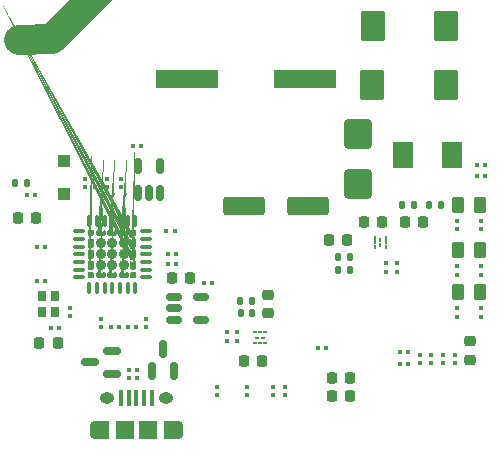
<source format=gtp>
G04 #@! TF.GenerationSoftware,KiCad,Pcbnew,(7.0.0)*
G04 #@! TF.CreationDate,2023-09-29T14:02:52-04:00*
G04 #@! TF.ProjectId,_HW_HotPlate,5f48575f-486f-4745-906c-6174652e6b69,rev?*
G04 #@! TF.SameCoordinates,Original*
G04 #@! TF.FileFunction,Paste,Top*
G04 #@! TF.FilePolarity,Positive*
%FSLAX46Y46*%
G04 Gerber Fmt 4.6, Leading zero omitted, Abs format (unit mm)*
G04 Created by KiCad (PCBNEW (7.0.0)) date 2023-09-29 14:02:52*
%MOMM*%
%LPD*%
G01*
G04 APERTURE LIST*
G04 Aperture macros list*
%AMRoundRect*
0 Rectangle with rounded corners*
0 $1 Rounding radius*
0 $2 $3 $4 $5 $6 $7 $8 $9 X,Y pos of 4 corners*
0 Add a 4 corners polygon primitive as box body*
4,1,4,$2,$3,$4,$5,$6,$7,$8,$9,$2,$3,0*
0 Add four circle primitives for the rounded corners*
1,1,$1+$1,$2,$3*
1,1,$1+$1,$4,$5*
1,1,$1+$1,$6,$7*
1,1,$1+$1,$8,$9*
0 Add four rect primitives between the rounded corners*
20,1,$1+$1,$2,$3,$4,$5,0*
20,1,$1+$1,$4,$5,$6,$7,0*
20,1,$1+$1,$6,$7,$8,$9,0*
20,1,$1+$1,$8,$9,$2,$3,0*%
%AMFreePoly0*
4,1,48,0.193769,0.277084,0.210256,0.277084,0.223594,0.267393,0.239272,0.262299,0.248962,0.248962,0.262299,0.239272,0.267393,0.223594,0.277084,0.210256,0.277084,0.193769,0.282178,0.178092,0.282178,-0.091864,0.279582,-0.099852,0.280896,-0.108146,0.269831,-0.129862,0.262299,-0.153044,0.255505,-0.157980,0.251692,-0.165464,0.165464,-0.251692,0.157980,-0.255505,0.153044,-0.262299,
0.129864,-0.269830,0.108147,-0.280896,0.099852,-0.279582,0.091864,-0.282178,-0.178092,-0.282178,-0.193769,-0.277084,-0.210256,-0.277084,-0.223594,-0.267393,-0.239272,-0.262299,-0.248962,-0.248962,-0.262299,-0.239272,-0.267393,-0.223594,-0.277084,-0.210256,-0.277084,-0.193769,-0.282178,-0.178092,-0.282178,0.178092,-0.277084,0.193769,-0.277084,0.210256,-0.267393,0.223594,-0.262299,0.239272,
-0.248962,0.248962,-0.239272,0.262299,-0.223594,0.267393,-0.210256,0.277084,-0.193769,0.277084,-0.178092,0.282178,0.178092,0.282178,0.193769,0.277084,0.193769,0.277084,$1*%
%AMFreePoly1*
4,1,51,0.128495,0.382019,0.130758,0.382626,0.134224,0.381009,0.152922,0.377713,0.167464,0.365510,0.184669,0.357488,0.256709,0.285449,0.259806,0.281025,0.261834,0.279855,0.263141,0.276262,0.274032,0.260710,0.275686,0.241796,0.282179,0.223959,0.282179,-0.223959,0.281241,-0.229277,0.281847,-0.231539,0.280231,-0.235002,0.276935,-0.253701,0.264731,-0.268244,0.256709,-0.285449,
0.184669,-0.357488,0.180246,-0.360584,0.179076,-0.362612,0.175483,-0.363919,0.159930,-0.374810,0.141017,-0.376464,0.123180,-0.382957,-0.195220,-0.382957,-0.206516,-0.380965,-0.210320,-0.381636,-0.213664,-0.379704,-0.224962,-0.377713,-0.242270,-0.363189,-0.261834,-0.351894,-0.264517,-0.344521,-0.270529,-0.339477,-0.274452,-0.317226,-0.282179,-0.295998,-0.282179,0.295998,-0.280187,0.307294,
-0.280858,0.311098,-0.278926,0.314442,-0.276935,0.325740,-0.262411,0.343048,-0.251116,0.362612,-0.243743,0.365295,-0.238699,0.371307,-0.216448,0.375230,-0.195220,0.382957,0.123180,0.382957,0.128495,0.382019,0.128495,0.382019,$1*%
%AMFreePoly2*
4,1,48,0.099852,0.279582,0.108147,0.280896,0.129864,0.269830,0.153044,0.262299,0.157980,0.255505,0.165464,0.251692,0.251692,0.165464,0.255505,0.157980,0.262299,0.153044,0.269831,0.129862,0.280896,0.108146,0.279582,0.099852,0.282178,0.091864,0.282178,-0.178092,0.277084,-0.193769,0.277084,-0.210256,0.267393,-0.223594,0.262299,-0.239272,0.248962,-0.248962,0.239272,-0.262299,
0.223594,-0.267393,0.210256,-0.277084,0.193769,-0.277084,0.178092,-0.282178,-0.178092,-0.282178,-0.193769,-0.277084,-0.210256,-0.277084,-0.223594,-0.267393,-0.239272,-0.262299,-0.248962,-0.248962,-0.262299,-0.239272,-0.267393,-0.223594,-0.277084,-0.210256,-0.277084,-0.193769,-0.282178,-0.178092,-0.282178,0.178092,-0.277084,0.193769,-0.277084,0.210256,-0.267393,0.223594,-0.262299,0.239272,
-0.248962,0.248962,-0.239272,0.262299,-0.223594,0.267393,-0.210256,0.277084,-0.193769,0.277084,-0.178092,0.282178,0.091864,0.282178,0.099852,0.279582,0.099852,0.279582,$1*%
%AMFreePoly3*
4,1,51,0.307294,0.280187,0.311098,0.280858,0.314442,0.278926,0.325740,0.276935,0.343048,0.262411,0.362612,0.251116,0.365295,0.243743,0.371307,0.238699,0.375230,0.216448,0.382957,0.195220,0.382957,-0.123180,0.382019,-0.128495,0.382626,-0.130758,0.381009,-0.134224,0.377713,-0.152922,0.365510,-0.167464,0.357488,-0.184669,0.285449,-0.256709,0.281025,-0.259806,0.279855,-0.261834,
0.276262,-0.263141,0.260710,-0.274032,0.241796,-0.275686,0.223959,-0.282179,-0.223959,-0.282179,-0.229277,-0.281241,-0.231539,-0.281847,-0.235002,-0.280231,-0.253701,-0.276935,-0.268244,-0.264731,-0.285449,-0.256709,-0.357488,-0.184669,-0.360584,-0.180246,-0.362612,-0.179076,-0.363919,-0.175483,-0.374810,-0.159930,-0.376464,-0.141017,-0.382957,-0.123180,-0.382957,0.195220,-0.380965,0.206516,
-0.381636,0.210320,-0.379704,0.213664,-0.377713,0.224962,-0.363189,0.242270,-0.351894,0.261834,-0.344521,0.264517,-0.339477,0.270529,-0.317226,0.274452,-0.295998,0.282179,0.295998,0.282179,0.307294,0.280187,0.307294,0.280187,$1*%
%AMFreePoly4*
4,1,51,0.229275,0.281241,0.231538,0.281848,0.235004,0.280231,0.253701,0.276935,0.268243,0.264731,0.285449,0.256709,0.357488,0.184669,0.360584,0.180246,0.362612,0.179076,0.363919,0.175483,0.374810,0.159930,0.376464,0.141018,0.382957,0.123180,0.382957,-0.195220,0.380965,-0.206516,0.381636,-0.210320,0.379704,-0.213664,0.377713,-0.224962,0.363189,-0.242270,0.351894,-0.261834,
0.344521,-0.264517,0.339477,-0.270529,0.317226,-0.274452,0.295998,-0.282179,-0.295998,-0.282179,-0.307294,-0.280187,-0.311098,-0.280858,-0.314442,-0.278926,-0.325740,-0.276935,-0.343048,-0.262411,-0.362612,-0.251116,-0.365295,-0.243743,-0.371307,-0.238699,-0.375230,-0.216448,-0.382957,-0.195220,-0.382957,0.123180,-0.382019,0.128495,-0.382626,0.130758,-0.381009,0.134224,-0.377713,0.152922,
-0.365510,0.167464,-0.357488,0.184669,-0.285449,0.256709,-0.281025,0.259806,-0.279855,0.261834,-0.276262,0.263141,-0.260710,0.274032,-0.241796,0.275686,-0.223959,0.282179,0.223959,0.282179,0.229275,0.281241,0.229275,0.281241,$1*%
%AMFreePoly5*
4,1,48,0.193769,0.277084,0.210256,0.277084,0.223594,0.267393,0.239272,0.262299,0.248962,0.248962,0.262299,0.239272,0.267393,0.223594,0.277084,0.210256,0.277084,0.193769,0.282178,0.178092,0.282178,-0.178092,0.277084,-0.193769,0.277084,-0.210256,0.267393,-0.223594,0.262299,-0.239272,0.248962,-0.248962,0.239272,-0.262299,0.223594,-0.267393,0.210256,-0.277084,0.193769,-0.277084,
0.178092,-0.282178,-0.091864,-0.282178,-0.099852,-0.279582,-0.108146,-0.280896,-0.129862,-0.269831,-0.153044,-0.262299,-0.157980,-0.255505,-0.165464,-0.251692,-0.251692,-0.165464,-0.255505,-0.157980,-0.262299,-0.153044,-0.269830,-0.129864,-0.280896,-0.108147,-0.279582,-0.099852,-0.282178,-0.091864,-0.282178,0.178092,-0.277084,0.193769,-0.277084,0.210256,-0.267393,0.223594,-0.262299,0.239272,
-0.248962,0.248962,-0.239272,0.262299,-0.223594,0.267393,-0.210256,0.277084,-0.193769,0.277084,-0.178092,0.282178,0.178092,0.282178,0.193769,0.277084,0.193769,0.277084,$1*%
%AMFreePoly6*
4,1,51,0.206516,0.380965,0.210320,0.381636,0.213664,0.379704,0.224962,0.377713,0.242270,0.363189,0.261834,0.351894,0.264517,0.344521,0.270529,0.339477,0.274452,0.317226,0.282179,0.295998,0.282179,-0.295998,0.280187,-0.307294,0.280858,-0.311098,0.278926,-0.314442,0.276935,-0.325740,0.262411,-0.343048,0.251116,-0.362612,0.243743,-0.365295,0.238699,-0.371307,0.216448,-0.375230,
0.195220,-0.382957,-0.123180,-0.382957,-0.128495,-0.382019,-0.130758,-0.382626,-0.134224,-0.381009,-0.152922,-0.377713,-0.167464,-0.365510,-0.184669,-0.357488,-0.256709,-0.285449,-0.259806,-0.281025,-0.261834,-0.279855,-0.263141,-0.276262,-0.274032,-0.260710,-0.275686,-0.241796,-0.282179,-0.223959,-0.282179,0.223959,-0.281241,0.229275,-0.281848,0.231538,-0.280231,0.235004,-0.276935,0.253701,
-0.264731,0.268243,-0.256709,0.285449,-0.184669,0.357488,-0.180246,0.360584,-0.179076,0.362612,-0.175483,0.363919,-0.159930,0.374810,-0.141018,0.376464,-0.123180,0.382957,0.195220,0.382957,0.206516,0.380965,0.206516,0.380965,$1*%
%AMFreePoly7*
4,1,48,0.193769,0.277084,0.210256,0.277084,0.223594,0.267393,0.239272,0.262299,0.248962,0.248962,0.262299,0.239272,0.267393,0.223594,0.277084,0.210256,0.277084,0.193769,0.282178,0.178092,0.282178,-0.178092,0.277084,-0.193769,0.277084,-0.210256,0.267393,-0.223594,0.262299,-0.239272,0.248962,-0.248962,0.239272,-0.262299,0.223594,-0.267393,0.210256,-0.277084,0.193769,-0.277084,
0.178092,-0.282178,-0.178092,-0.282178,-0.193769,-0.277084,-0.210256,-0.277084,-0.223594,-0.267393,-0.239272,-0.262299,-0.248962,-0.248962,-0.262299,-0.239272,-0.267393,-0.223594,-0.277084,-0.210256,-0.277084,-0.193769,-0.282178,-0.178092,-0.282178,0.091864,-0.279582,0.099852,-0.280896,0.108147,-0.269830,0.129864,-0.262299,0.153044,-0.255505,0.157980,-0.251692,0.165464,-0.165464,0.251692,
-0.157980,0.255505,-0.153044,0.262299,-0.129862,0.269831,-0.108146,0.280896,-0.099852,0.279582,-0.091864,0.282178,0.178092,0.282178,0.193769,0.277084,0.193769,0.277084,$1*%
G04 Aperture macros list end*
%ADD10C,2.540000*%
%ADD11RoundRect,0.079500X-0.100500X0.079500X-0.100500X-0.079500X0.100500X-0.079500X0.100500X0.079500X0*%
%ADD12RoundRect,0.150000X-0.512500X-0.150000X0.512500X-0.150000X0.512500X0.150000X-0.512500X0.150000X0*%
%ADD13RoundRect,0.225000X-0.225000X-0.250000X0.225000X-0.250000X0.225000X0.250000X-0.225000X0.250000X0*%
%ADD14RoundRect,0.079500X0.100500X-0.079500X0.100500X0.079500X-0.100500X0.079500X-0.100500X-0.079500X0*%
%ADD15RoundRect,0.079500X-0.079500X-0.100500X0.079500X-0.100500X0.079500X0.100500X-0.079500X0.100500X0*%
%ADD16RoundRect,0.079500X0.079500X0.100500X-0.079500X0.100500X-0.079500X-0.100500X0.079500X-0.100500X0*%
%ADD17RoundRect,0.250000X0.300000X-0.300000X0.300000X0.300000X-0.300000X0.300000X-0.300000X-0.300000X0*%
%ADD18RoundRect,0.135000X-0.135000X-0.185000X0.135000X-0.185000X0.135000X0.185000X-0.135000X0.185000X0*%
%ADD19RoundRect,0.060000X-0.130000X0.060000X-0.130000X-0.060000X0.130000X-0.060000X0.130000X0.060000X0*%
%ADD20RoundRect,0.062500X-0.087500X0.062500X-0.087500X-0.062500X0.087500X-0.062500X0.087500X0.062500X0*%
%ADD21FreePoly0,0.000000*%
%ADD22FreePoly1,0.000000*%
%ADD23FreePoly2,0.000000*%
%ADD24FreePoly3,0.000000*%
%ADD25RoundRect,0.191479X-0.191478X-0.191478X0.191478X-0.191478X0.191478X0.191478X-0.191478X0.191478X0*%
%ADD26FreePoly4,0.000000*%
%ADD27FreePoly5,0.000000*%
%ADD28FreePoly6,0.000000*%
%ADD29FreePoly7,0.000000*%
%ADD30RoundRect,0.075000X-0.437500X-0.075000X0.437500X-0.075000X0.437500X0.075000X-0.437500X0.075000X0*%
%ADD31RoundRect,0.075000X-0.075000X-0.437500X0.075000X-0.437500X0.075000X0.437500X-0.075000X0.437500X0*%
%ADD32RoundRect,0.250000X0.787500X1.025000X-0.787500X1.025000X-0.787500X-1.025000X0.787500X-1.025000X0*%
%ADD33RoundRect,0.060000X-0.060000X-0.130000X0.060000X-0.130000X0.060000X0.130000X-0.060000X0.130000X0*%
%ADD34RoundRect,0.062500X-0.062500X-0.087500X0.062500X-0.087500X0.062500X0.087500X-0.062500X0.087500X0*%
%ADD35RoundRect,0.147500X-0.147500X-0.172500X0.147500X-0.172500X0.147500X0.172500X-0.147500X0.172500X0*%
%ADD36RoundRect,0.250000X-0.262500X-0.450000X0.262500X-0.450000X0.262500X0.450000X-0.262500X0.450000X0*%
%ADD37RoundRect,0.225000X0.225000X0.250000X-0.225000X0.250000X-0.225000X-0.250000X0.225000X-0.250000X0*%
%ADD38RoundRect,0.250000X0.900000X-1.000000X0.900000X1.000000X-0.900000X1.000000X-0.900000X-1.000000X0*%
%ADD39RoundRect,0.147500X0.147500X0.172500X-0.147500X0.172500X-0.147500X-0.172500X0.147500X-0.172500X0*%
%ADD40RoundRect,0.218750X-0.218750X-0.256250X0.218750X-0.256250X0.218750X0.256250X-0.218750X0.256250X0*%
%ADD41RoundRect,0.150000X0.587500X0.150000X-0.587500X0.150000X-0.587500X-0.150000X0.587500X-0.150000X0*%
%ADD42RoundRect,0.218750X-0.256250X0.218750X-0.256250X-0.218750X0.256250X-0.218750X0.256250X0.218750X0*%
%ADD43R,5.308600X1.498600*%
%ADD44R,1.700000X2.200000*%
%ADD45RoundRect,0.225000X0.250000X-0.225000X0.250000X0.225000X-0.250000X0.225000X-0.250000X-0.225000X0*%
%ADD46R,0.800000X0.900000*%
%ADD47RoundRect,0.150000X0.150000X-0.512500X0.150000X0.512500X-0.150000X0.512500X-0.150000X-0.512500X0*%
%ADD48O,0.890000X1.550000*%
%ADD49O,1.250000X0.950000*%
%ADD50R,0.400000X1.350000*%
%ADD51R,1.200000X1.550000*%
%ADD52R,1.500000X1.550000*%
%ADD53RoundRect,0.150000X0.150000X-0.587500X0.150000X0.587500X-0.150000X0.587500X-0.150000X-0.587500X0*%
%ADD54RoundRect,0.250000X1.500000X0.550000X-1.500000X0.550000X-1.500000X-0.550000X1.500000X-0.550000X0*%
G04 APERTURE END LIST*
D10*
X120878600Y-142087600D02*
X118084600Y-142214600D01*
X125095000Y-137871200D02*
X120878600Y-142087600D01*
D11*
X140563600Y-171562200D03*
X140563600Y-172252200D03*
D12*
X131171200Y-163957100D03*
X131171200Y-164907100D03*
X131171200Y-165857100D03*
X133446200Y-165857100D03*
X133446200Y-163957100D03*
D13*
X150710600Y-157581600D03*
X152260600Y-157581600D03*
X130974900Y-162316300D03*
X132524900Y-162316300D03*
D14*
X139598400Y-172252200D03*
X139598400Y-171562200D03*
D15*
X130642900Y-161122500D03*
X131332900Y-161122500D03*
D14*
X155168600Y-162041400D03*
X155168600Y-161351400D03*
X155166386Y-165599945D03*
X155166386Y-164909945D03*
D11*
X157149800Y-161351400D03*
X157149800Y-162041400D03*
D16*
X157520200Y-153670000D03*
X156830200Y-153670000D03*
D11*
X154965400Y-168869800D03*
X154965400Y-169559800D03*
X126669800Y-153934600D03*
X126669800Y-154624600D03*
D17*
X121843800Y-155247800D03*
X121843800Y-152447800D03*
D11*
X153974800Y-168869800D03*
X153974800Y-169559800D03*
X125501400Y-153950193D03*
X125501400Y-154640193D03*
D18*
X136802400Y-164261800D03*
X137822400Y-164261800D03*
D11*
X124993400Y-165771000D03*
X124993400Y-166461000D03*
D19*
X138709400Y-167386000D03*
X138239400Y-167386000D03*
D20*
X138874400Y-166911000D03*
X138474400Y-166911000D03*
X138074400Y-166911000D03*
X138074400Y-167861000D03*
X138474400Y-167861000D03*
X138874400Y-167861000D03*
D21*
X124191200Y-158542200D03*
D22*
X124191200Y-159367200D03*
X124191200Y-160317200D03*
X124191200Y-161267200D03*
D23*
X124191200Y-162092200D03*
D24*
X125016200Y-158542200D03*
D25*
X125016200Y-159367200D03*
X125016200Y-160317200D03*
X125016200Y-161267200D03*
D26*
X125016200Y-162092200D03*
D24*
X125966200Y-158542200D03*
D25*
X125966200Y-159367200D03*
X125966200Y-160317200D03*
X125966200Y-161267200D03*
D26*
X125966200Y-162092200D03*
D24*
X126916200Y-158542200D03*
D25*
X126916200Y-159367200D03*
X126916200Y-160317200D03*
X126916200Y-161267200D03*
D26*
X126916200Y-162092200D03*
D27*
X127741200Y-158542200D03*
D28*
X127741200Y-159367200D03*
X127741200Y-160317200D03*
X127741200Y-161267200D03*
D29*
X127741200Y-162092200D03*
D30*
X123128700Y-158367200D03*
X123128700Y-159017200D03*
X123128700Y-159667200D03*
X123128700Y-160317200D03*
X123128700Y-160967200D03*
X123128700Y-161617200D03*
X123128700Y-162267200D03*
D31*
X124016200Y-163154700D03*
X124666200Y-163154700D03*
X125316200Y-163154700D03*
X125966200Y-163154700D03*
X126616200Y-163154700D03*
X127266200Y-163154700D03*
X127916200Y-163154700D03*
D30*
X128803700Y-162267200D03*
X128803700Y-161617200D03*
X128803700Y-160967200D03*
X128803700Y-160317200D03*
X128803700Y-159667200D03*
X128803700Y-159017200D03*
X128803700Y-158367200D03*
D31*
X127916200Y-157479700D03*
X127266200Y-157479700D03*
X126616200Y-157479700D03*
X125966200Y-157479700D03*
X125316200Y-157479700D03*
X124666200Y-157479700D03*
X124016200Y-157479700D03*
D32*
X154217100Y-140970000D03*
X147992100Y-140970000D03*
D14*
X155158400Y-158206000D03*
X155158400Y-157516000D03*
D15*
X127696400Y-151155400D03*
X128386400Y-151155400D03*
D33*
X148640800Y-159073800D03*
X148640800Y-159543800D03*
D34*
X148165800Y-158908800D03*
X148165800Y-159308800D03*
X148165800Y-159708800D03*
X149115800Y-159708800D03*
X149115800Y-159308800D03*
X149115800Y-158908800D03*
D35*
X145094800Y-160523606D03*
X146064800Y-160523606D03*
X136827400Y-165328600D03*
X137797400Y-165328600D03*
D11*
X137388600Y-171562200D03*
X137388600Y-172252200D03*
D14*
X136541600Y-167626200D03*
X136541600Y-166936200D03*
D36*
X155246700Y-159969200D03*
X157071700Y-159969200D03*
D32*
X154191700Y-145973800D03*
X147966700Y-145973800D03*
D36*
X155246700Y-163525200D03*
X157071700Y-163525200D03*
D15*
X133741600Y-162712400D03*
X134431600Y-162712400D03*
D37*
X148780800Y-157581600D03*
X147230800Y-157581600D03*
D11*
X123621800Y-153960000D03*
X123621800Y-154650000D03*
D38*
X146786600Y-154397600D03*
X146786600Y-150097600D03*
D15*
X125867600Y-166448300D03*
X126557600Y-166448300D03*
D37*
X138646200Y-169341800D03*
X137096200Y-169341800D03*
D16*
X131332900Y-160309700D03*
X130642900Y-160309700D03*
D14*
X128854200Y-166461000D03*
X128854200Y-165771000D03*
D18*
X145069800Y-161666606D03*
X146089800Y-161666606D03*
D39*
X151488000Y-156108400D03*
X150518000Y-156108400D03*
D14*
X127381000Y-170779000D03*
X127381000Y-170089000D03*
D37*
X121323400Y-167843200D03*
X119773400Y-167843200D03*
D40*
X144525900Y-170789600D03*
X146100900Y-170789600D03*
D11*
X149123400Y-161093006D03*
X149123400Y-161783006D03*
D16*
X121475900Y-166594700D03*
X120785900Y-166594700D03*
X120283900Y-162544900D03*
X119593900Y-162544900D03*
X120283800Y-159664400D03*
X119593800Y-159664400D03*
D14*
X128092200Y-170779000D03*
X128092200Y-170089000D03*
D41*
X125905500Y-170418800D03*
X125905500Y-168518800D03*
X124030500Y-169468800D03*
D42*
X156286200Y-167690700D03*
X156286200Y-169265700D03*
D11*
X157149800Y-164907400D03*
X157149800Y-165597400D03*
D16*
X119397300Y-155295600D03*
X118707300Y-155295600D03*
D43*
X132308599Y-145491199D03*
X142316199Y-145491199D03*
D11*
X152984200Y-168869800D03*
X152984200Y-169559800D03*
D14*
X150037800Y-161779941D03*
X150037800Y-161089941D03*
D36*
X155251728Y-156133800D03*
X157076728Y-156133800D03*
D11*
X157139600Y-157516000D03*
X157139600Y-158206000D03*
D35*
X117752000Y-154305000D03*
X118722000Y-154305000D03*
D16*
X151017800Y-168579800D03*
X150327800Y-168579800D03*
D37*
X145821400Y-159152006D03*
X144271400Y-159152006D03*
D11*
X135686800Y-166939400D03*
X135686800Y-167629400D03*
D16*
X131231200Y-158369000D03*
X130541200Y-158369000D03*
D18*
X152753600Y-156108400D03*
X153773600Y-156108400D03*
D44*
X154753999Y-151942799D03*
X150553999Y-151942799D03*
D45*
X139166600Y-165316200D03*
X139166600Y-163766200D03*
D46*
X119998499Y-163826099D03*
X119998499Y-165226099D03*
X121098499Y-165226099D03*
X121098499Y-163826099D03*
D47*
X128132900Y-155097200D03*
X129082900Y-155097200D03*
X130032900Y-155097200D03*
X130032900Y-152822200D03*
X128132900Y-152822200D03*
D48*
X124499999Y-175209199D03*
D49*
X125499999Y-172509199D03*
X130499999Y-172509199D03*
D48*
X131499999Y-175209199D03*
D50*
X126699999Y-172509199D03*
X127349999Y-172509199D03*
X127999999Y-172509199D03*
X128649999Y-172509199D03*
X129299999Y-172509199D03*
D51*
X125099999Y-175209199D03*
D52*
X126999999Y-175209199D03*
X128999999Y-175209199D03*
D51*
X130899999Y-175209199D03*
D53*
X129301200Y-170177700D03*
X131201200Y-170177700D03*
X130251200Y-168302700D03*
D14*
X122350100Y-165568100D03*
X122350100Y-164878100D03*
D37*
X146088400Y-172339000D03*
X144538400Y-172339000D03*
D54*
X142501600Y-156235400D03*
X137101600Y-156235400D03*
D11*
X151993600Y-168869800D03*
X151993600Y-169559800D03*
D37*
X119494600Y-157251400D03*
X117944600Y-157251400D03*
D16*
X128005400Y-166446200D03*
X127315400Y-166446200D03*
D14*
X124536200Y-154639700D03*
X124536200Y-153949700D03*
D16*
X144058200Y-168249600D03*
X143368200Y-168249600D03*
D15*
X150327800Y-169570400D03*
X151017800Y-169570400D03*
D11*
X134848600Y-171562200D03*
X134848600Y-172252200D03*
D15*
X156830200Y-152730200D03*
X157520200Y-152730200D03*
M02*

</source>
